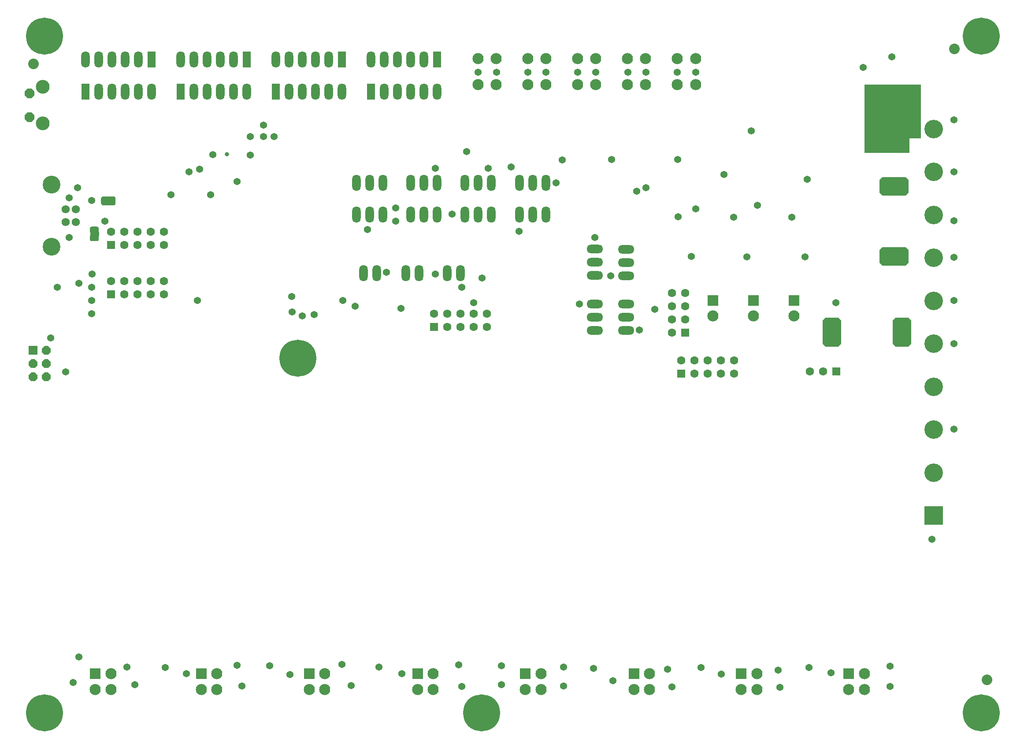
<source format=gbs>
G04*
G04 #@! TF.GenerationSoftware,Altium Limited,Altium Designer,19.1.8 (144)*
G04*
G04 Layer_Color=16711935*
%FSLAX25Y25*%
%MOIN*%
G70*
G01*
G75*
G04:AMPARAMS|DCode=161|XSize=80mil|YSize=80mil|CornerRadius=40mil|HoleSize=0mil|Usage=FLASHONLY|Rotation=180.000|XOffset=0mil|YOffset=0mil|HoleType=Round|Shape=RoundedRectangle|*
%AMROUNDEDRECTD161*
21,1,0.08000,0.00000,0,0,180.0*
21,1,0.00000,0.08000,0,0,180.0*
1,1,0.08000,0.00000,0.00000*
1,1,0.08000,0.00000,0.00000*
1,1,0.08000,0.00000,0.00000*
1,1,0.08000,0.00000,0.00000*
%
%ADD161ROUNDEDRECTD161*%
%ADD184R,0.08400X0.08400*%
%ADD197C,0.06306*%
%ADD198R,0.06306X0.06306*%
%ADD199P,0.07144X8X292.5*%
%ADD200R,0.06600X0.06600*%
%ADD201O,0.06400X0.12400*%
%ADD202R,0.06400X0.12400*%
%ADD203C,0.27959*%
%ADD204C,0.08400*%
%ADD205O,0.13998X0.14000*%
%ADD206R,0.13998X0.14000*%
%ADD207O,0.12400X0.06400*%
%ADD208R,0.06306X0.06306*%
G04:AMPARAMS|DCode=209|XSize=137mil|YSize=87mil|CornerRadius=0mil|HoleSize=0mil|Usage=FLASHONLY|Rotation=180.000|XOffset=0mil|YOffset=0mil|HoleType=Round|Shape=Octagon|*
%AMOCTAGOND209*
4,1,8,-0.06850,0.02175,-0.06850,-0.02175,-0.04675,-0.04350,0.04675,-0.04350,0.06850,-0.02175,0.06850,0.02175,0.04675,0.04350,-0.04675,0.04350,-0.06850,0.02175,0.0*
%
%ADD209OCTAGOND209*%

%ADD210C,0.10400*%
%ADD211P,0.08010X8X292.5*%
%ADD212C,0.13450*%
%ADD213C,0.06200*%
G04:AMPARAMS|DCode=214|XSize=137mil|YSize=87mil|CornerRadius=0mil|HoleSize=0mil|Usage=FLASHONLY|Rotation=90.000|XOffset=0mil|YOffset=0mil|HoleType=Round|Shape=Octagon|*
%AMOCTAGOND214*
4,1,8,0.02175,0.06850,-0.02175,0.06850,-0.04350,0.04675,-0.04350,-0.04675,-0.02175,-0.06850,0.02175,-0.06850,0.04350,-0.04675,0.04350,0.04675,0.02175,0.06850,0.0*
%
%ADD214OCTAGOND214*%

%ADD378R,0.07045X0.03543*%
%ADD379R,0.03543X0.07045*%
%ADD380C,0.05400*%
G04:AMPARAMS|DCode=381|XSize=54mil|YSize=54mil|CornerRadius=27mil|HoleSize=0mil|Usage=FLASHONLY|Rotation=0.000|XOffset=0mil|YOffset=0mil|HoleType=Round|Shape=RoundedRectangle|*
%AMROUNDEDRECTD381*
21,1,0.05400,0.00000,0,0,0.0*
21,1,0.00000,0.05400,0,0,0.0*
1,1,0.05400,0.00000,0.00000*
1,1,0.05400,0.00000,0.00000*
1,1,0.05400,0.00000,0.00000*
1,1,0.05400,0.00000,0.00000*
%
%ADD381ROUNDEDRECTD381*%
G04:AMPARAMS|DCode=382|XSize=54mil|YSize=54mil|CornerRadius=27mil|HoleSize=0mil|Usage=FLASHONLY|Rotation=270.000|XOffset=0mil|YOffset=0mil|HoleType=Round|Shape=RoundedRectangle|*
%AMROUNDEDRECTD382*
21,1,0.05400,0.00000,0,0,270.0*
21,1,0.00000,0.05400,0,0,270.0*
1,1,0.05400,0.00000,0.00000*
1,1,0.05400,0.00000,0.00000*
1,1,0.05400,0.00000,0.00000*
1,1,0.05400,0.00000,0.00000*
%
%ADD382ROUNDEDRECTD382*%
G04:AMPARAMS|DCode=383|XSize=50mil|YSize=67mil|CornerRadius=13.5mil|HoleSize=0mil|Usage=FLASHONLY|Rotation=90.000|XOffset=0mil|YOffset=0mil|HoleType=Round|Shape=RoundedRectangle|*
%AMROUNDEDRECTD383*
21,1,0.05000,0.04000,0,0,90.0*
21,1,0.02300,0.06700,0,0,90.0*
1,1,0.02700,0.02000,0.01150*
1,1,0.02700,0.02000,-0.01150*
1,1,0.02700,-0.02000,-0.01150*
1,1,0.02700,-0.02000,0.01150*
%
%ADD383ROUNDEDRECTD383*%
G04:AMPARAMS|DCode=384|XSize=50mil|YSize=67mil|CornerRadius=13.5mil|HoleSize=0mil|Usage=FLASHONLY|Rotation=180.000|XOffset=0mil|YOffset=0mil|HoleType=Round|Shape=RoundedRectangle|*
%AMROUNDEDRECTD384*
21,1,0.05000,0.04000,0,0,180.0*
21,1,0.02300,0.06700,0,0,180.0*
1,1,0.02700,-0.01150,0.02000*
1,1,0.02700,0.01150,0.02000*
1,1,0.02700,0.01150,-0.02000*
1,1,0.02700,-0.01150,-0.02000*
%
%ADD384ROUNDEDRECTD384*%
%ADD385C,0.03200*%
G36*
X515096Y14800D02*
X528996D01*
Y23900D01*
X515096D01*
Y14800D01*
D02*
G37*
G36*
X568096D02*
X581996D01*
Y23900D01*
X568096D01*
Y14800D01*
D02*
G37*
G36*
X564342Y83887D02*
Y69987D01*
X573442D01*
Y83887D01*
X564342D01*
D02*
G37*
G36*
Y136887D02*
Y122987D01*
X573442D01*
Y136887D01*
X564342D01*
D02*
G37*
G36*
X589481Y206870D02*
X589481Y166199D01*
X580525Y166199D01*
X580525Y155273D01*
X546637D01*
Y202670D01*
Y206870D01*
X589481Y206870D01*
D02*
G37*
G54D161*
X-82079Y222523D02*
D03*
X639347Y-243489D02*
D03*
X614699Y233949D02*
D03*
G54D184*
X462738Y43666D02*
D03*
X493446D02*
D03*
X432029D02*
D03*
X126550Y-238933D02*
D03*
X208606D02*
D03*
X290133D02*
D03*
X372188D02*
D03*
X453488D02*
D03*
X534788D02*
D03*
X-35230D02*
D03*
X45023D02*
D03*
G54D197*
X447900Y-1800D02*
D03*
Y-11800D02*
D03*
X437900Y-1800D02*
D03*
Y-11800D02*
D03*
X427900Y-1800D02*
D03*
Y-11800D02*
D03*
X417900Y-1800D02*
D03*
Y-11800D02*
D03*
X407900Y-1800D02*
D03*
X515213Y-10249D02*
D03*
X505450D02*
D03*
X401124Y49237D02*
D03*
X411124D02*
D03*
X401124Y39237D02*
D03*
X411124D02*
D03*
X401124Y29237D02*
D03*
X411124D02*
D03*
X401124Y19237D02*
D03*
X261013Y33612D02*
D03*
Y23612D02*
D03*
X251013Y33612D02*
D03*
Y23612D02*
D03*
X241013Y33612D02*
D03*
Y23612D02*
D03*
X231013Y33612D02*
D03*
Y23612D02*
D03*
X221013Y33612D02*
D03*
X16837Y58026D02*
D03*
Y48026D02*
D03*
X6837Y58026D02*
D03*
Y48026D02*
D03*
X-3163Y58026D02*
D03*
Y48026D02*
D03*
X-13163Y58026D02*
D03*
Y48026D02*
D03*
X-23163Y58026D02*
D03*
X16837Y95520D02*
D03*
Y85520D02*
D03*
X6837Y95520D02*
D03*
Y85520D02*
D03*
X-3163Y95520D02*
D03*
Y85520D02*
D03*
X-13163Y95520D02*
D03*
Y85520D02*
D03*
X-23163Y95520D02*
D03*
G54D198*
X407900Y-11800D02*
D03*
X221013Y23612D02*
D03*
X-23163Y48026D02*
D03*
Y85520D02*
D03*
G54D199*
X-72200Y-14000D02*
D03*
X-82200D02*
D03*
X-72200Y-4000D02*
D03*
X-82200D02*
D03*
X-72200Y6000D02*
D03*
G54D200*
X-82200D02*
D03*
G54D201*
X-22800Y225700D02*
D03*
X-12800D02*
D03*
X-2800D02*
D03*
X-32800D02*
D03*
X-42800D02*
D03*
X-12800Y201400D02*
D03*
X-22800D02*
D03*
X-32800D02*
D03*
X-2800D02*
D03*
X7200D02*
D03*
X49267Y225700D02*
D03*
X59267D02*
D03*
X69267D02*
D03*
X39267D02*
D03*
X29267D02*
D03*
X59267Y201400D02*
D03*
X49267D02*
D03*
X39267D02*
D03*
X69267D02*
D03*
X79267D02*
D03*
X121333Y225700D02*
D03*
X131333D02*
D03*
X141333D02*
D03*
X111333D02*
D03*
X101333D02*
D03*
X131333Y201400D02*
D03*
X121333D02*
D03*
X111333D02*
D03*
X141333D02*
D03*
X151333D02*
D03*
X193400Y225700D02*
D03*
X203400D02*
D03*
X213400D02*
D03*
X183400D02*
D03*
X173400D02*
D03*
X203400Y201400D02*
D03*
X193400D02*
D03*
X183400D02*
D03*
X213400D02*
D03*
X223400D02*
D03*
X285573Y132626D02*
D03*
X295572D02*
D03*
X305573D02*
D03*
X285573Y108626D02*
D03*
X295572D02*
D03*
X305573D02*
D03*
X209537Y64026D02*
D03*
X199537D02*
D03*
X182237Y108626D02*
D03*
X172237D02*
D03*
X162237D02*
D03*
X244337D02*
D03*
X254337D02*
D03*
X264337D02*
D03*
X203287D02*
D03*
X213287D02*
D03*
X223287D02*
D03*
X264337Y132626D02*
D03*
X254337D02*
D03*
X244337D02*
D03*
X223287D02*
D03*
X213287D02*
D03*
X203287D02*
D03*
X182237D02*
D03*
X172237D02*
D03*
X162237D02*
D03*
X241037Y64026D02*
D03*
X231037D02*
D03*
X177837D02*
D03*
X167837D02*
D03*
G54D202*
X7200Y225700D02*
D03*
X-42800Y201400D02*
D03*
X79267Y225700D02*
D03*
X29267Y201400D02*
D03*
X151333Y225700D02*
D03*
X101333Y201400D02*
D03*
X223400Y225700D02*
D03*
X173400Y201400D02*
D03*
G54D203*
X118110Y0D02*
D03*
X256931Y-268341D02*
D03*
X634883D02*
D03*
X-73778D02*
D03*
X634883Y243470D02*
D03*
X-73778D02*
D03*
G54D204*
X462738Y31855D02*
D03*
X493446D02*
D03*
X432029D02*
D03*
X126550Y-250744D02*
D03*
X138361Y-238933D02*
D03*
Y-250744D02*
D03*
X220416D02*
D03*
Y-238933D02*
D03*
X208606Y-250744D02*
D03*
X290133D02*
D03*
X301944Y-238933D02*
D03*
Y-250744D02*
D03*
X383999D02*
D03*
Y-238933D02*
D03*
X372188Y-250744D02*
D03*
X453488D02*
D03*
X465299Y-238933D02*
D03*
Y-250744D02*
D03*
X546599D02*
D03*
Y-238933D02*
D03*
X534788Y-250744D02*
D03*
X-35230D02*
D03*
X-23419Y-238933D02*
D03*
Y-250744D02*
D03*
X56834D02*
D03*
Y-238933D02*
D03*
X45023Y-250744D02*
D03*
X405097Y226570D02*
D03*
X418876D02*
D03*
Y206885D02*
D03*
X405097D02*
D03*
X367397D02*
D03*
X381177D02*
D03*
Y226570D02*
D03*
X367397D02*
D03*
X329697D02*
D03*
X343477D02*
D03*
Y206885D02*
D03*
X329697D02*
D03*
X291998D02*
D03*
X305777D02*
D03*
Y226570D02*
D03*
X291998D02*
D03*
X254298D02*
D03*
X268077D02*
D03*
Y206885D02*
D03*
X254298D02*
D03*
G54D205*
X599037Y173305D02*
D03*
Y140805D02*
D03*
Y108305D02*
D03*
Y75805D02*
D03*
Y-86774D02*
D03*
Y-54274D02*
D03*
Y-21774D02*
D03*
Y10726D02*
D03*
Y43226D02*
D03*
G54D206*
Y-119274D02*
D03*
G54D207*
X342561Y40871D02*
D03*
Y30871D02*
D03*
Y20871D02*
D03*
Y82446D02*
D03*
Y72446D02*
D03*
Y62446D02*
D03*
X366380Y20871D02*
D03*
Y30871D02*
D03*
Y40871D02*
D03*
Y62348D02*
D03*
Y72347D02*
D03*
Y82348D02*
D03*
G54D208*
X525213Y-10249D02*
D03*
X411124Y19237D02*
D03*
G54D209*
X522056Y12696D02*
D03*
Y26096D02*
D03*
X575056D02*
D03*
Y12696D02*
D03*
G54D210*
X-75063Y177426D02*
D03*
Y205026D02*
D03*
G54D211*
X-84863Y182326D02*
D03*
Y200126D02*
D03*
G54D212*
X-68463Y84026D02*
D03*
Y131348D02*
D03*
G54D213*
X-57763Y102726D02*
D03*
Y112647D02*
D03*
X-49863D02*
D03*
Y102726D02*
D03*
G54D214*
X562237Y129926D02*
D03*
X575637D02*
D03*
Y76926D02*
D03*
X562237D02*
D03*
G54D378*
X-35807Y93691D02*
D03*
G54D379*
X-25353Y118867D02*
D03*
G54D380*
X245565Y156105D02*
D03*
X279300Y144600D02*
D03*
X317981Y149684D02*
D03*
X355265Y150074D02*
D03*
X405497Y150230D02*
D03*
X254411Y216296D02*
D03*
X268295D02*
D03*
X292163D02*
D03*
X305735D02*
D03*
X329759D02*
D03*
X343409D02*
D03*
X367589D02*
D03*
X381239D02*
D03*
X405185D02*
D03*
X418913D02*
D03*
X285376Y95969D02*
D03*
X597679Y-137101D02*
D03*
X313497Y132626D02*
D03*
X-5167Y-247311D02*
D03*
X-11251Y-233739D02*
D03*
X-52123Y-245361D02*
D03*
X-47677Y-226251D02*
D03*
X566027Y-248637D02*
D03*
X565871Y-233037D02*
D03*
X504563Y-234285D02*
D03*
X521255Y-238185D02*
D03*
X482645Y-249183D02*
D03*
X481397Y-236001D02*
D03*
X423131Y-234051D02*
D03*
X438497Y-239121D02*
D03*
X400979Y-248793D02*
D03*
X397547Y-235611D02*
D03*
X341621Y-234831D02*
D03*
X356207Y-244191D02*
D03*
X319079Y-248091D02*
D03*
X319001Y-233661D02*
D03*
X271967Y-247077D02*
D03*
Y-232881D02*
D03*
X241859Y-248403D02*
D03*
X239675Y-232257D02*
D03*
X179395Y-233739D02*
D03*
X196775Y-238887D02*
D03*
X158243Y-247935D02*
D03*
X151223Y-231867D02*
D03*
X96623Y-232959D02*
D03*
X112145Y-239355D02*
D03*
X75797Y-248013D02*
D03*
X33677Y-238965D02*
D03*
X17609Y-234051D02*
D03*
X71975Y-232491D02*
D03*
X113234Y46373D02*
D03*
X196174Y37612D02*
D03*
X614465Y43604D02*
D03*
X-54863Y121074D02*
D03*
X-48563Y128826D02*
D03*
X192037Y113474D02*
D03*
X614465Y140792D02*
D03*
X170781Y97083D02*
D03*
X222037Y143474D02*
D03*
X192037Y103474D02*
D03*
X262037Y143474D02*
D03*
X234588Y108765D02*
D03*
X567400Y228000D02*
D03*
X419107Y112699D02*
D03*
X614465Y10844D02*
D03*
Y76208D02*
D03*
X-54863Y91074D02*
D03*
X-38050Y119124D02*
D03*
X614465Y-53896D02*
D03*
X525077Y41810D02*
D03*
X381400Y128800D02*
D03*
X461105Y171742D02*
D03*
X121200Y31700D02*
D03*
X-57700Y-10400D02*
D03*
X415549Y76975D02*
D03*
X457749Y76575D02*
D03*
X501848Y76575D02*
D03*
X614465Y103976D02*
D03*
X161430Y39176D02*
D03*
X257423Y60635D02*
D03*
X72037Y133474D02*
D03*
X100000Y167500D02*
D03*
X92037Y167411D02*
D03*
X92000Y176300D02*
D03*
X113700Y35000D02*
D03*
X152037Y43474D02*
D03*
X130500Y33000D02*
D03*
X242037Y53474D02*
D03*
X222037Y63474D02*
D03*
X185151Y64766D02*
D03*
X42037Y43474D02*
D03*
X-37754Y63474D02*
D03*
X-37963Y43474D02*
D03*
X-68847Y15210D02*
D03*
X-37963Y53474D02*
D03*
Y33474D02*
D03*
X-63963Y53474D02*
D03*
X-47754Y56380D02*
D03*
X-27963Y103474D02*
D03*
X22037Y123474D02*
D03*
X52037D02*
D03*
X82037Y153474D02*
D03*
X545845Y219900D02*
D03*
X43800Y143000D02*
D03*
X35600Y140900D02*
D03*
X374400Y126200D02*
D03*
X465600Y115600D02*
D03*
X491848Y106576D02*
D03*
X447749Y106575D02*
D03*
X405549Y106975D02*
D03*
X53649Y153813D02*
D03*
X82037Y167411D02*
D03*
X614465Y180070D02*
D03*
G54D381*
X354737Y62306D02*
D03*
X331115Y40849D02*
D03*
X376194Y21066D02*
D03*
X388005Y36814D02*
D03*
X503388Y135152D02*
D03*
G54D382*
X342561Y91341D02*
D03*
X440514Y138800D02*
D03*
X251013Y41833D02*
D03*
G54D383*
X-35884Y96789D02*
D03*
Y90789D02*
D03*
G54D384*
X-22451Y118789D02*
D03*
X-28451D02*
D03*
G54D385*
X64337Y154126D02*
D03*
M02*

</source>
